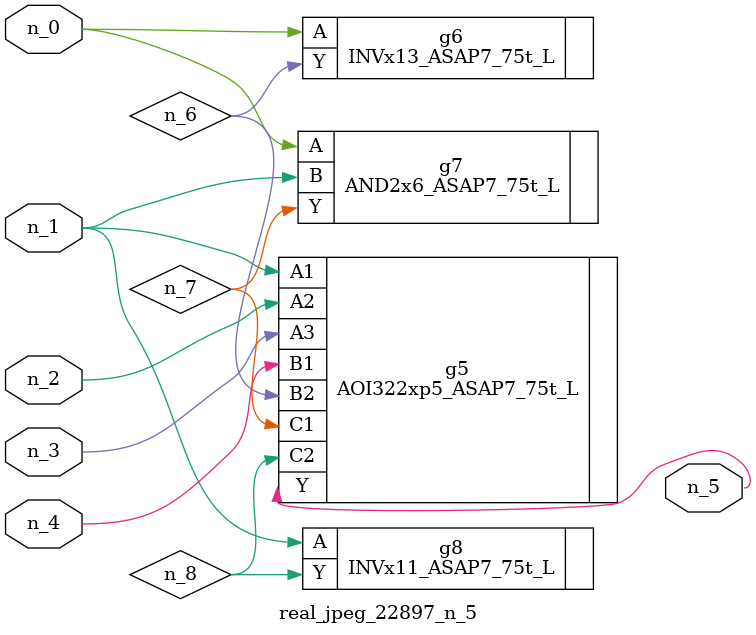
<source format=v>
module real_jpeg_22897_n_5 (n_4, n_0, n_1, n_2, n_3, n_5);

input n_4;
input n_0;
input n_1;
input n_2;
input n_3;

output n_5;

wire n_8;
wire n_6;
wire n_7;

INVx13_ASAP7_75t_L g6 ( 
.A(n_0),
.Y(n_6)
);

AND2x6_ASAP7_75t_L g7 ( 
.A(n_0),
.B(n_1),
.Y(n_7)
);

AOI322xp5_ASAP7_75t_L g5 ( 
.A1(n_1),
.A2(n_2),
.A3(n_3),
.B1(n_4),
.B2(n_6),
.C1(n_7),
.C2(n_8),
.Y(n_5)
);

INVx11_ASAP7_75t_L g8 ( 
.A(n_1),
.Y(n_8)
);


endmodule
</source>
